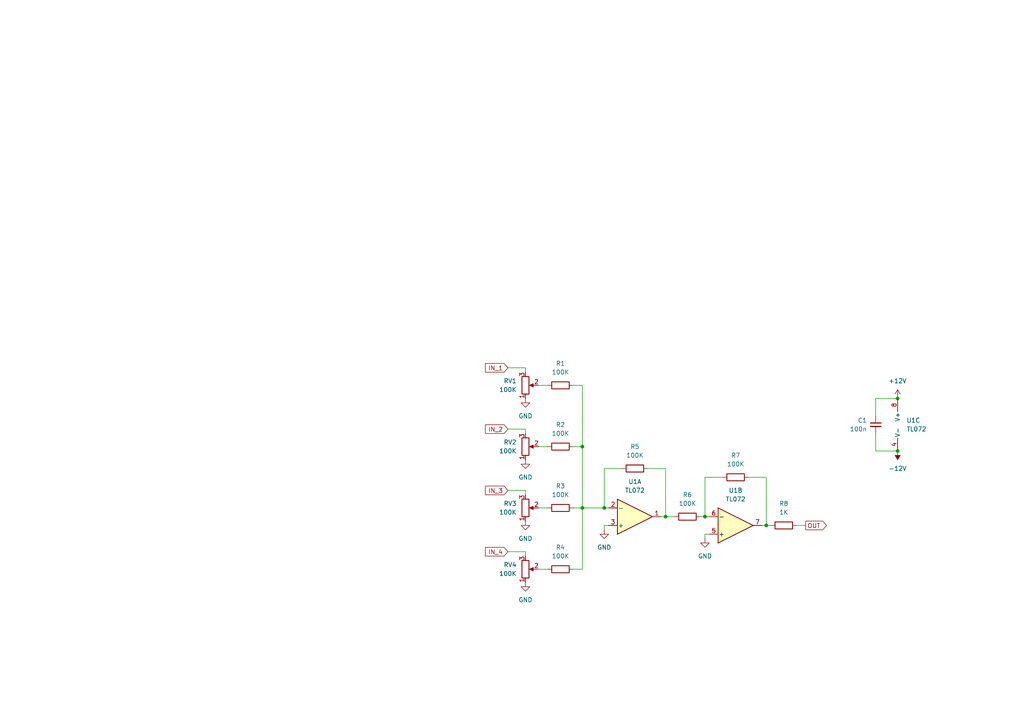
<source format=kicad_sch>
(kicad_sch (version 20230121) (generator eeschema)
  (paper "A4")
  (title_block (title "A Simple Mixer") (date "2022-04-21") (company "Sandelinos") (comment 1 "https://sandelinos.me/diy/Simple-Mixer"))
  (lib_symbols
    (symbol "Amplifier_Operational:TL072" (pin_names (offset 0.127))
      (property "Reference" "U" (at 0 5.08 0))
      (property "Value" "TL072" (at 0 -5.08 0))
      (symbol "TL072_1_1"
        (polyline (pts (xy -5.08 5.08) (xy 5.08 0) (xy -5.08 -5.08) (xy -5.08 5.08)) (stroke (width 0.254)) (fill (type background)))
        (pin output line (at 7.62 0 180) (length 2.54) (name "~") (number "1"))
        (pin input line (at -7.62 -2.54 0) (length 2.54) (name "-") (number "2"))
        (pin input line (at -7.62 2.54 0) (length 2.54) (name "+") (number "3"))
      )
      (symbol "TL072_2_1"
        (polyline (pts (xy -5.08 5.08) (xy 5.08 0) (xy -5.08 -5.08) (xy -5.08 5.08)) (stroke (width 0.254)) (fill (type background)))
        (pin input line (at -7.62 2.54 0) (length 2.54) (name "+") (number "5"))
        (pin input line (at -7.62 -2.54 0) (length 2.54) (name "-") (number "6"))
        (pin output line (at 7.62 0 180) (length 2.54) (name "~") (number "7"))
      )
      (symbol "TL072_3_1"
        (pin power_in line (at -2.54 -7.62 90) (length 3.81) (name "V-") (number "4"))
        (pin power_in line (at -2.54 7.62 270) (length 3.81) (name "V+") (number "8"))
      )
    )
    (symbol "Device:C_Small" (pin_numbers hide) (pin_names (offset 0.254) hide)
      (property "Reference" "C" (at 0.254 1.778 0))
      (property "Value" "C_Small" (at 0.254 -2.032 0))
      (symbol "C_Small_0_1"
        (polyline (pts (xy -1.524 -0.508) (xy 1.524 -0.508)) (stroke (width 0.3302)))
        (polyline (pts (xy -1.524 0.508) (xy 1.524 0.508)) (stroke (width 0.3048)))
      )
      (symbol "C_Small_1_1"
        (pin passive line (at 0 2.54 270) (length 2.032) (name "~") (number "1"))
        (pin passive line (at 0 -2.54 90) (length 2.032) (name "~") (number "2"))
      )
    )
    (symbol "Device:R" (pin_numbers hide) (pin_names (offset 0))
      (property "Reference" "R" (at 2.032 0 90))
      (property "Value" "R" (at 0 0 90))
      (symbol "R_0_1"
        (rectangle (start -1.016 -2.54) (end 1.016 2.54) (stroke (width 0.254)))
      )
      (symbol "R_1_1"
        (pin passive line (at 0 3.81 270) (length 1.27) (name "~") (number "1"))
        (pin passive line (at 0 -3.81 90) (length 1.27) (name "~") (number "2"))
      )
    )
    (symbol "Device:R_Potentiometer" (pin_names (offset 1.016) hide)
      (property "Reference" "RV" (at -4.445 0 90))
      (property "Value" "R_Potentiometer" (at -2.54 0 90))
      (symbol "R_Potentiometer_0_1"
        (polyline (pts (xy 2.54 0) (xy 1.524 0)))
        (polyline (pts (xy 1.143 0) (xy 2.286 0.508) (xy 2.286 -0.508) (xy 1.143 0)) (fill (type outline)))
        (rectangle (start 1.016 2.54) (end -1.016 -2.54) (stroke (width 0.254)))
      )
      (symbol "R_Potentiometer_1_1"
        (pin passive line (at 0 3.81 270) (length 1.27) (name "1") (number "1"))
        (pin passive line (at 3.81 0 180) (length 1.27) (name "2") (number "2"))
        (pin passive line (at 0 -3.81 90) (length 1.27) (name "3") (number "3"))
      )
    )
    (symbol "power:+12V" (power) (pin_names (offset 0))
      (property "Value" "+12V" (at 0 3.556 0))
      (symbol "+12V_0_1"
        (polyline (pts (xy -0.762 1.27) (xy 0 2.54)))
        (polyline (pts (xy 0 0) (xy 0 2.54)))
        (polyline (pts (xy 0 2.54) (xy 0.762 1.27)))
      )
      (symbol "+12V_1_1"
        (pin power_in line (at 0 0 90) (length 0) hide (name "+12V") (number "1"))
      )
    )
    (symbol "power:-12V" (power) (pin_names (offset 0))
      (property "Value" "-12V" (at 0 3.81 0))
      (symbol "-12V_0_0"
        (pin power_in line (at 0 0 90) (length 0) hide (name "-12V") (number "1"))
      )
      (symbol "-12V_0_1"
        (polyline (pts (xy 0 0) (xy 0 1.27) (xy 0.762 1.27) (xy 0 2.54) (xy -0.762 1.27) (xy 0 1.27)) (fill (type outline)))
      )
    )
    (symbol "power:GND" (power) (pin_names (offset 0))
      (property "Value" "GND" (at 0 -3.81 0))
      (symbol "GND_0_1"
        (polyline (pts (xy 0 0) (xy 0 -1.27) (xy 1.27 -1.27) (xy 0 -2.54) (xy -1.27 -1.27) (xy 0 -1.27)))
      )
      (symbol "GND_1_1"
        (pin power_in line (at 0 0 270) (length 0) hide (name "GND") (number "1"))
      )
    )
  )
  (junction (at 204.47 149.86))
  (junction (at 168.91 147.32))
  (junction (at 260.35 115.57))
  (junction (at 168.91 129.54))
  (junction (at 222.25 152.4))
  (junction (at 260.35 130.81))
  (junction (at 193.04 149.86))
  (junction (at 175.26 147.32))
  (wire (pts (xy 254 115.57) (xy 254 120.65)))
  (wire (pts (xy 147.32 160.02) (xy 152.4 160.02)))
  (wire (pts (xy 205.74 154.94) (xy 204.47 154.94)))
  (wire (pts (xy 204.47 138.43) (xy 209.55 138.43)))
  (wire (pts (xy 260.35 115.57) (xy 254 115.57)))
  (wire (pts (xy 166.37 129.54) (xy 168.91 129.54)))
  (wire (pts (xy 147.32 142.24) (xy 152.4 142.24)))
  (wire (pts (xy 254 130.81) (xy 260.35 130.81)))
  (wire (pts (xy 168.91 147.32) (xy 168.91 165.1)))
  (wire (pts (xy 156.21 165.1) (xy 158.75 165.1)))
  (wire (pts (xy 220.98 152.4) (xy 222.25 152.4)))
  (wire (pts (xy 187.96 135.89) (xy 193.04 135.89)))
  (wire (pts (xy 231.14 152.4) (xy 233.68 152.4)))
  (wire (pts (xy 175.26 147.32) (xy 176.53 147.32)))
  (wire (pts (xy 168.91 129.54) (xy 168.91 111.76)))
  (wire (pts (xy 254 125.73) (xy 254 130.81)))
  (wire (pts (xy 168.91 129.54) (xy 168.91 147.32)))
  (wire (pts (xy 217.17 138.43) (xy 222.25 138.43)))
  (wire (pts (xy 152.4 161.29) (xy 152.4 160.02)))
  (wire (pts (xy 222.25 152.4) (xy 223.52 152.4)))
  (wire (pts (xy 168.91 111.76) (xy 166.37 111.76)))
  (wire (pts (xy 175.26 152.4) (xy 175.26 153.67)))
  (wire (pts (xy 203.2 149.86) (xy 204.47 149.86)))
  (wire (pts (xy 180.34 135.89) (xy 175.26 135.89)))
  (wire (pts (xy 152.4 143.51) (xy 152.4 142.24)))
  (wire (pts (xy 193.04 135.89) (xy 193.04 149.86)))
  (wire (pts (xy 204.47 149.86) (xy 205.74 149.86)))
  (wire (pts (xy 191.77 149.86) (xy 193.04 149.86)))
  (wire (pts (xy 204.47 149.86) (xy 204.47 138.43)))
  (wire (pts (xy 166.37 165.1) (xy 168.91 165.1)))
  (wire (pts (xy 166.37 147.32) (xy 168.91 147.32)))
  (wire (pts (xy 204.47 154.94) (xy 204.47 156.21)))
  (wire (pts (xy 176.53 152.4) (xy 175.26 152.4)))
  (wire (pts (xy 152.4 125.73) (xy 152.4 124.46)))
  (wire (pts (xy 147.32 124.46) (xy 152.4 124.46)))
  (wire (pts (xy 156.21 111.76) (xy 158.75 111.76)))
  (wire (pts (xy 156.21 129.54) (xy 158.75 129.54)))
  (wire (pts (xy 222.25 138.43) (xy 222.25 152.4)))
  (wire (pts (xy 147.32 106.68) (xy 152.4 106.68)))
  (wire (pts (xy 152.4 107.95) (xy 152.4 106.68)))
  (wire (pts (xy 193.04 149.86) (xy 195.58 149.86)))
  (wire (pts (xy 156.21 147.32) (xy 158.75 147.32)))
  (wire (pts (xy 175.26 135.89) (xy 175.26 147.32)))
  (wire (pts (xy 168.91 147.32) (xy 175.26 147.32)))
  (global_label "IN_1" (shape input) (at 147.32 106.68 180) (property "Intersheetrefs" "${INTERSHEET_REFS}" (effects hide)))
  (global_label "IN_4" (shape input) (at 147.32 160.02 180) (property "Intersheetrefs" "${INTERSHEET_REFS}" (effects hide)))
  (global_label "IN_3" (shape input) (at 147.32 142.24 180) (property "Intersheetrefs" "${INTERSHEET_REFS}" (effects hide)))
  (global_label "OUT" (shape output) (at 233.68 152.4 0) (property "Intersheetrefs" "${INTERSHEET_REFS}" (effects hide)))
  (global_label "IN_2" (shape input) (at 147.32 124.46 180) (property "Intersheetrefs" "${INTERSHEET_REFS}" (effects hide)))
  (symbol (lib_id "Device:R") (at 213.36 138.43 90) (unit 1)
    (property "Reference" "R7" (at 213.36 132.08 90))
    (property "Value" "100K" (at 213.36 134.62 90))
  )
  (symbol (lib_id "Amplifier_Operational:TL072") (at 213.36 152.4 0) (mirror x) (unit 2)
    (property "Reference" "U1" (at 213.36 142.24 0))
    (property "Value" "TL072" (at 213.36 144.78 0))
    (property "Datasheet" "http://www.ti.com/lit/ds/symlink/tl071.pdf" (effects hide))
  )
  (symbol (lib_id "Device:R") (at 162.56 129.54 90) (unit 1)
    (property "Reference" "R2" (at 162.56 123.19 90))
    (property "Value" "100K" (at 162.56 125.73 90))
  )
  (symbol (lib_id "Device:R") (at 162.56 165.1 90) (unit 1)
    (property "Reference" "R4" (at 162.56 158.75 90))
    (property "Value" "100K" (at 162.56 161.29 90))
  )
  (symbol (lib_id "power:+12V") (at 260.35 115.57 0) (unit 1)
    (property "Reference" "#PWR01" (effects hide))
    (property "Value" "+12V" (at 260.35 110.49 0))
  )
  (symbol (lib_id "power:GND") (at 152.4 133.35 0) (unit 1)
    (property "Reference" "#PWR?" (effects hide))
    (property "Value" "GND" (at 152.4 138.43 0))
  )
  (symbol (lib_id "power:GND") (at 152.4 151.13 0) (unit 1)
    (property "Reference" "#PWR?" (effects hide))
    (property "Value" "GND" (at 152.4 156.21 0))
  )
  (symbol (lib_id "power:GND") (at 152.4 115.57 0) (unit 1)
    (property "Reference" "#PWR?" (effects hide))
    (property "Value" "GND" (at 152.4 120.65 0))
  )
  (symbol (lib_id "power:-12V") (at 260.35 130.81 180) (unit 1)
    (property "Reference" "#PWR02" (effects hide))
    (property "Value" "-12V" (at 260.35 135.89 0))
  )
  (symbol (lib_id "Device:R") (at 184.15 135.89 90) (unit 1)
    (property "Reference" "R5" (at 184.15 129.54 90))
    (property "Value" "100K" (at 184.15 132.08 90))
  )
  (symbol (lib_id "Device:R") (at 227.33 152.4 90) (unit 1)
    (property "Reference" "R8" (at 227.33 146.05 90))
    (property "Value" "1K" (at 227.33 148.59 90))
  )
  (symbol (lib_id "Device:R_Potentiometer") (at 152.4 111.76 0) (mirror x) (unit 1)
    (property "Reference" "RV1" (at 149.86 110.4899 0) (effects (justify right)))
    (property "Value" "100K" (at 149.86 113.0299 0) (effects (justify right)))
  )
  (symbol (lib_id "power:GND") (at 175.26 153.67 0) (unit 1)
    (property "Reference" "#PWR?" (effects hide))
    (property "Value" "GND" (at 175.26 158.75 0))
  )
  (symbol (lib_id "power:GND") (at 204.47 156.21 0) (unit 1)
    (property "Reference" "#PWR?" (effects hide))
    (property "Value" "GND" (at 204.47 161.29 0))
  )
  (symbol (lib_id "Device:R") (at 162.56 111.76 90) (unit 1)
    (property "Reference" "R1" (at 162.56 105.41 90))
    (property "Value" "100K" (at 162.56 107.95 90))
  )
  (symbol (lib_id "Device:R_Potentiometer") (at 152.4 147.32 0) (mirror x) (unit 1)
    (property "Reference" "RV3" (at 149.86 146.0499 0) (effects (justify right)))
    (property "Value" "100K" (at 149.86 148.5899 0) (effects (justify right)))
  )
  (symbol (lib_id "Device:C_Small") (at 254 123.19 0) (unit 1)
    (property "Reference" "C1" (at 251.46 121.92 0) (effects (justify right)))
    (property "Value" "100n" (at 251.46 124.46 0) (effects (justify right)))
  )
  (symbol (lib_id "Device:R_Potentiometer") (at 152.4 165.1 0) (mirror x) (unit 1)
    (property "Reference" "RV4" (at 149.86 163.8299 0) (effects (justify right)))
    (property "Value" "100K" (at 149.86 166.3699 0) (effects (justify right)))
  )
  (symbol (lib_id "Amplifier_Operational:TL072") (at 262.89 123.19 0) (unit 3)
    (property "Reference" "U1" (at 262.89 121.92 0) (effects (justify left)))
    (property "Value" "TL072" (at 262.89 124.46 0) (effects (justify left)))
    (property "Datasheet" "http://www.ti.com/lit/ds/symlink/tl071.pdf" (effects hide))
  )
  (symbol (lib_id "Amplifier_Operational:TL072") (at 184.15 149.86 0) (mirror x) (unit 1)
    (property "Reference" "U1" (at 184.15 139.7 0))
    (property "Value" "TL072" (at 184.15 142.24 0))
    (property "Datasheet" "http://www.ti.com/lit/ds/symlink/tl071.pdf" (effects hide))
  )
  (symbol (lib_id "Device:R") (at 162.56 147.32 90) (unit 1)
    (property "Reference" "R3" (at 162.56 140.97 90))
    (property "Value" "100K" (at 162.56 143.51 90))
  )
  (symbol (lib_id "Device:R_Potentiometer") (at 152.4 129.54 0) (mirror x) (unit 1)
    (property "Reference" "RV2" (at 149.86 128.2699 0) (effects (justify right)))
    (property "Value" "100K" (at 149.86 130.8099 0) (effects (justify right)))
  )
  (symbol (lib_id "power:GND") (at 152.4 168.91 0) (unit 1)
    (property "Reference" "#PWR?" (effects hide))
    (property "Value" "GND" (at 152.4 173.99 0))
  )
  (symbol (lib_id "Device:R") (at 199.39 149.86 90) (unit 1)
    (property "Reference" "R6" (at 199.39 143.51 90))
    (property "Value" "100K" (at 199.39 146.05 90))
  )
)
</source>
